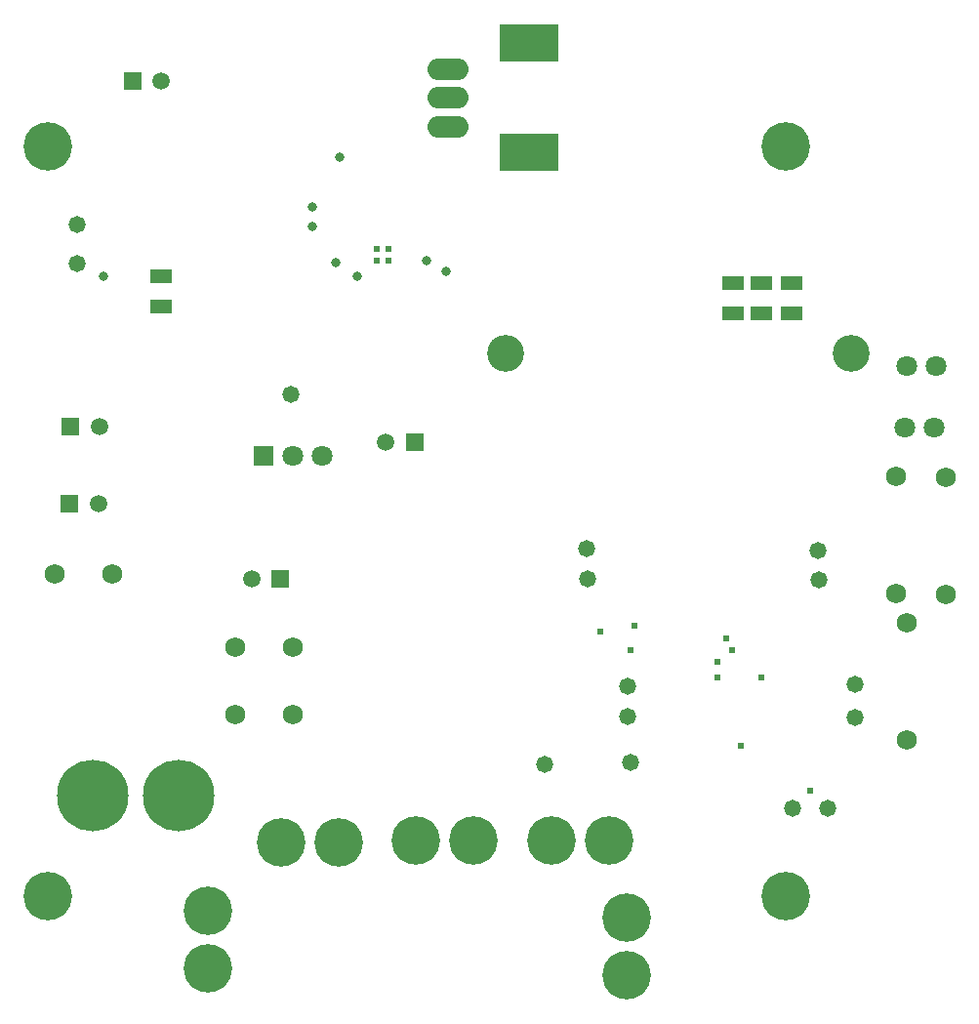
<source format=gbs>
G04 Layer_Color=8150272*
%FSLAX24Y24*%
%MOIN*%
G70*
G01*
G75*
%ADD76R,0.0749X0.0513*%
%ADD86C,0.1655*%
%ADD87C,0.2442*%
%ADD88R,0.2049X0.1261*%
%ADD89O,0.1400X0.0740*%
%ADD90C,0.1261*%
%ADD91R,0.0710X0.0710*%
%ADD92C,0.0710*%
%ADD93C,0.0680*%
%ADD94C,0.0592*%
%ADD95R,0.0592X0.0592*%
%ADD96C,0.0580*%
%ADD97C,0.0237*%
%ADD98C,0.0316*%
D76*
X20236Y37520D02*
D03*
Y36496D02*
D03*
X39764Y36260D02*
D03*
Y37283D02*
D03*
X41772Y36260D02*
D03*
Y37283D02*
D03*
X40748Y36260D02*
D03*
Y37283D02*
D03*
D86*
X21850Y15869D02*
D03*
Y13900D02*
D03*
X24332Y18200D02*
D03*
X26300D02*
D03*
X28932Y18250D02*
D03*
X30900D02*
D03*
X36150Y15618D02*
D03*
Y13650D02*
D03*
X33582Y18250D02*
D03*
X35550D02*
D03*
X41559Y41948D02*
D03*
Y16358D02*
D03*
X16362D02*
D03*
Y41948D02*
D03*
D87*
X17900Y19800D02*
D03*
X20853D02*
D03*
D88*
X32795Y41752D02*
D03*
Y45492D02*
D03*
D89*
X30039Y44606D02*
D03*
Y43622D02*
D03*
Y42632D02*
D03*
D90*
X43819Y34882D02*
D03*
X32008D02*
D03*
D91*
X23724Y31378D02*
D03*
D92*
X24724D02*
D03*
X25724D02*
D03*
X46650Y32350D02*
D03*
X45650D02*
D03*
X46700Y34450D02*
D03*
X45700D02*
D03*
D93*
X22756Y24843D02*
D03*
X24724D02*
D03*
X22756Y22559D02*
D03*
X24724D02*
D03*
X18583Y27362D02*
D03*
X16614D02*
D03*
X45700Y25700D02*
D03*
Y21700D02*
D03*
X47050Y30650D02*
D03*
Y26650D02*
D03*
X45350Y26700D02*
D03*
Y30700D02*
D03*
D94*
X18130Y32402D02*
D03*
X20245Y44206D02*
D03*
X27908Y31850D02*
D03*
X18091Y29764D02*
D03*
X23327Y27205D02*
D03*
D95*
X17146Y32402D02*
D03*
X19261Y44206D02*
D03*
X28892Y31850D02*
D03*
X17106Y29764D02*
D03*
X24311Y27205D02*
D03*
D96*
X17362Y37953D02*
D03*
Y39291D02*
D03*
X41809Y19373D02*
D03*
X42991D02*
D03*
X33345Y20869D02*
D03*
X36180Y23507D02*
D03*
Y22483D02*
D03*
X24685Y33504D02*
D03*
X36258Y20908D02*
D03*
X43937Y23583D02*
D03*
Y22441D02*
D03*
X42717Y27165D02*
D03*
X34803Y27205D02*
D03*
X34764Y28228D02*
D03*
X42677Y28150D02*
D03*
D97*
X27997Y38053D02*
D03*
X27603D02*
D03*
X27997Y38447D02*
D03*
X27603D02*
D03*
X39724Y24764D02*
D03*
X40039Y21496D02*
D03*
X35236Y25394D02*
D03*
X36280Y24744D02*
D03*
X39527Y25157D02*
D03*
X39232Y24350D02*
D03*
Y23839D02*
D03*
X36417Y25591D02*
D03*
X42400Y19963D02*
D03*
X40748Y23819D02*
D03*
D98*
X18268Y37520D02*
D03*
X26924Y37525D02*
D03*
X25394Y39213D02*
D03*
X26220Y37992D02*
D03*
X29291Y38071D02*
D03*
X25394Y39882D02*
D03*
X29961Y37677D02*
D03*
X26339Y41575D02*
D03*
M02*

</source>
